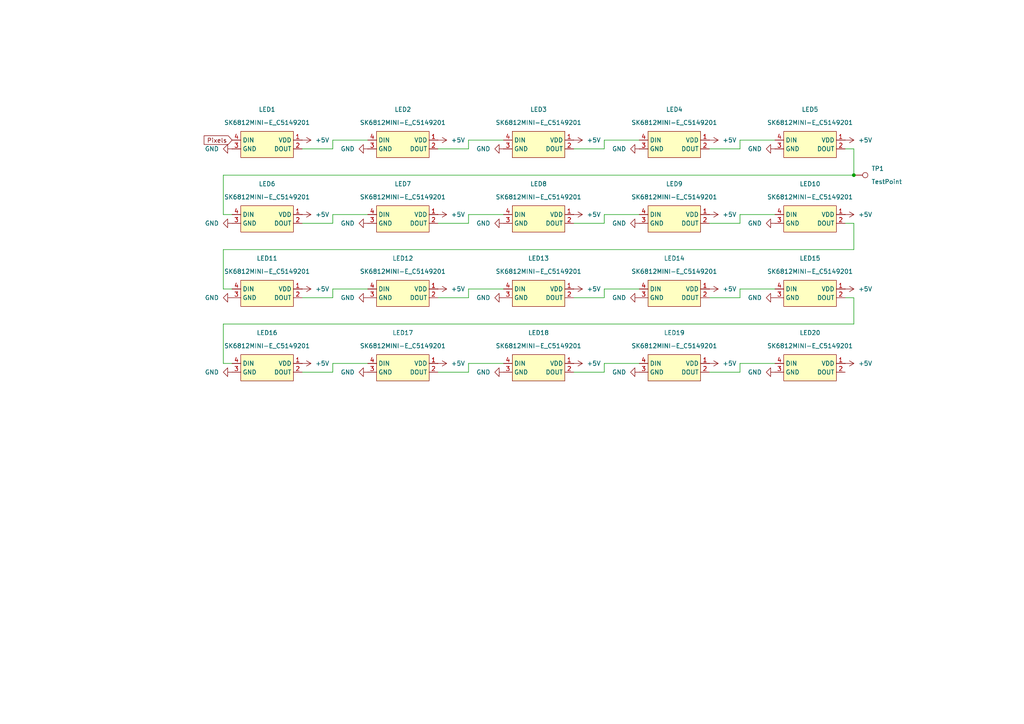
<source format=kicad_sch>
(kicad_sch (version 20250114) (generator "eeschema") (generator_version "9.0")
  (paper "A4")
  (lib_symbols
    (symbol "Connector:TestPoint" (pin_numbers (hide yes)) (pin_names (offset 0.762) (hide yes))
      (property "Reference" "TP" (at 0 6.858 0))
      (property "Value" "TestPoint" (at 0 5.08 0))
      (symbol "TestPoint_0_1"
        (circle (center 0 3.302) (radius 0.762))
      )
      (symbol "TestPoint_1_1"
        (pin passive line (at 0 0 90) (length 2.54) (name "1") (number "1"))
      )
    )
    (symbol "easyeda2kicad:SK6812MINI-E_C5149201"
      (property "Reference" "LED" (at 0 6.35 0))
      (property "Value" "SK6812MINI-E_C5149201" (at 0 -6.35 0))
      (symbol "SK6812MINI-E_C5149201_0_1"
        (rectangle (start -7.62 3.81) (end 7.62 -3.81) (fill (type background)))
        (pin unspecified line (at -10.16 1.27 0) (length 2.54) (name "VDD") (number "1"))
        (pin unspecified line (at -10.16 -1.27 0) (length 2.54) (name "DOUT") (number "2"))
        (pin unspecified line (at 10.16 1.27 180) (length 2.54) (name "DIN") (number "4"))
        (pin unspecified line (at 10.16 -1.27 180) (length 2.54) (name "GND") (number "3"))
      )
    )
    (symbol "power:+5V" (power) (pin_numbers (hide yes)) (pin_names (offset 0) (hide yes))
      (property "Value" "+5V" (at 0 3.556 0))
      (symbol "+5V_0_1"
        (polyline (pts (xy -0.762 1.27) (xy 0 2.54)))
        (polyline (pts (xy 0 2.54) (xy 0.762 1.27)))
        (polyline (pts (xy 0 0) (xy 0 2.54)))
      )
      (symbol "+5V_1_1"
        (pin power_in line (at 0 0 90) (length 0) (name "~") (number "1"))
      )
    )
    (symbol "power:GND" (power) (pin_numbers (hide yes)) (pin_names (offset 0) (hide yes))
      (property "Value" "GND" (at 0 -3.81 0))
      (symbol "GND_0_1"
        (polyline (pts (xy 0 0) (xy 0 -1.27) (xy 1.27 -1.27) (xy 0 -2.54) (xy -1.27 -1.27) (xy 0 -1.27)))
      )
      (symbol "GND_1_1"
        (pin power_in line (at 0 0 270) (length 0) (name "~") (number "1"))
      )
    )
  )
  (junction (at 247.65 50.8))
  (wire (pts (xy 175.26 83.82) (xy 185.42 83.82)))
  (wire (pts (xy 64.77 62.23) (xy 67.31 62.23)))
  (wire (pts (xy 135.89 62.23) (xy 146.05 62.23)))
  (wire (pts (xy 64.77 83.82) (xy 67.31 83.82)))
  (wire (pts (xy 247.65 86.36) (xy 245.11 86.36)))
  (wire (pts (xy 214.63 43.18) (xy 214.63 40.64)))
  (wire (pts (xy 175.26 40.64) (xy 185.42 40.64)))
  (wire (pts (xy 166.37 107.95) (xy 175.26 107.95)))
  (wire (pts (xy 135.89 86.36) (xy 135.89 83.82)))
  (wire (pts (xy 247.65 50.8) (xy 64.77 50.8)))
  (wire (pts (xy 205.74 86.36) (xy 214.63 86.36)))
  (wire (pts (xy 96.52 86.36) (xy 96.52 83.82)))
  (wire (pts (xy 214.63 86.36) (xy 214.63 83.82)))
  (wire (pts (xy 175.26 105.41) (xy 185.42 105.41)))
  (wire (pts (xy 247.65 86.36) (xy 247.65 93.98)))
  (wire (pts (xy 87.63 43.18) (xy 96.52 43.18)))
  (wire (pts (xy 96.52 107.95) (xy 96.52 105.41)))
  (wire (pts (xy 175.26 107.95) (xy 175.26 105.41)))
  (wire (pts (xy 87.63 86.36) (xy 96.52 86.36)))
  (wire (pts (xy 127 64.77) (xy 135.89 64.77)))
  (wire (pts (xy 87.63 107.95) (xy 96.52 107.95)))
  (wire (pts (xy 205.74 107.95) (xy 214.63 107.95)))
  (wire (pts (xy 64.77 93.98) (xy 64.77 105.41)))
  (wire (pts (xy 135.89 43.18) (xy 135.89 40.64)))
  (wire (pts (xy 135.89 83.82) (xy 146.05 83.82)))
  (wire (pts (xy 64.77 50.8) (xy 64.77 62.23)))
  (wire (pts (xy 175.26 86.36) (xy 175.26 83.82)))
  (wire (pts (xy 96.52 62.23) (xy 106.68 62.23)))
  (wire (pts (xy 87.63 64.77) (xy 96.52 64.77)))
  (wire (pts (xy 127 107.95) (xy 135.89 107.95)))
  (wire (pts (xy 175.26 62.23) (xy 185.42 62.23)))
  (wire (pts (xy 64.77 72.39) (xy 64.77 83.82)))
  (wire (pts (xy 247.65 64.77) (xy 245.11 64.77)))
  (wire (pts (xy 214.63 105.41) (xy 224.79 105.41)))
  (wire (pts (xy 166.37 43.18) (xy 175.26 43.18)))
  (wire (pts (xy 247.65 72.39) (xy 64.77 72.39)))
  (wire (pts (xy 96.52 40.64) (xy 106.68 40.64)))
  (wire (pts (xy 96.52 64.77) (xy 96.52 62.23)))
  (wire (pts (xy 214.63 40.64) (xy 224.79 40.64)))
  (wire (pts (xy 127 43.18) (xy 135.89 43.18)))
  (wire (pts (xy 135.89 105.41) (xy 146.05 105.41)))
  (wire (pts (xy 247.65 93.98) (xy 64.77 93.98)))
  (wire (pts (xy 205.74 64.77) (xy 214.63 64.77)))
  (wire (pts (xy 96.52 43.18) (xy 96.52 40.64)))
  (wire (pts (xy 175.26 43.18) (xy 175.26 40.64)))
  (wire (pts (xy 135.89 40.64) (xy 146.05 40.64)))
  (wire (pts (xy 96.52 83.82) (xy 106.68 83.82)))
  (wire (pts (xy 247.65 43.18) (xy 247.65 50.8)))
  (wire (pts (xy 135.89 107.95) (xy 135.89 105.41)))
  (wire (pts (xy 135.89 64.77) (xy 135.89 62.23)))
  (wire (pts (xy 247.65 64.77) (xy 247.65 72.39)))
  (wire (pts (xy 214.63 64.77) (xy 214.63 62.23)))
  (wire (pts (xy 247.65 43.18) (xy 245.11 43.18)))
  (wire (pts (xy 214.63 107.95) (xy 214.63 105.41)))
  (wire (pts (xy 205.74 43.18) (xy 214.63 43.18)))
  (wire (pts (xy 166.37 64.77) (xy 175.26 64.77)))
  (wire (pts (xy 127 86.36) (xy 135.89 86.36)))
  (wire (pts (xy 214.63 62.23) (xy 224.79 62.23)))
  (wire (pts (xy 175.26 64.77) (xy 175.26 62.23)))
  (wire (pts (xy 96.52 105.41) (xy 106.68 105.41)))
  (wire (pts (xy 214.63 83.82) (xy 224.79 83.82)))
  (wire (pts (xy 64.77 105.41) (xy 67.31 105.41)))
  (wire (pts (xy 166.37 86.36) (xy 175.26 86.36)))
  (global_label "Pixels" (shape input) (at 67.31 40.64 180) (property "Intersheetrefs" "${INTERSHEET_REFS}" (effects (hide yes))))
  (symbol (lib_id "power:GND") (at 106.68 43.18 270) (mirror x) (unit 1)
    (property "Reference" "#PWR021" (effects (hide yes)))
    (property "Value" "GND" (at 102.87 43.1799 90) (effects (justify right)))
    (property "Description" "Power symbol creates a global label with name \"GND\" , ground" (effects (hide yes)))
  )
  (symbol (lib_id "easyeda2kicad:SK6812MINI-E_C5149201") (at 116.84 85.09 0) (mirror y) (unit 1) (on_board no)
    (property "Reference" "LED12" (at 116.84 74.93 0))
    (property "Value" "SK6812MINI-E_C5149201" (at 116.84 78.74 0))
    (property "Footprint" "Keebio-Parts:SK6812-MINI-E" (effects (hide yes)))
    (property "LCSC Part" "C5149201" (effects (hide yes)))
  )
  (symbol (lib_id "power:+5V") (at 245.11 62.23 270) (mirror x) (unit 1)
    (property "Reference" "#PWR0245" (effects (hide yes)))
    (property "Value" "+5V" (at 248.92 62.2299 90) (effects (justify left)))
    (property "Description" "Power symbol creates a global label with name \"+5V\"" (effects (hide yes)))
  )
  (symbol (lib_id "easyeda2kicad:SK6812MINI-E_C5149201") (at 195.58 41.91 0) (mirror y) (unit 1)
    (property "Reference" "LED4" (at 195.58 31.75 0))
    (property "Value" "SK6812MINI-E_C5149201" (at 195.58 35.56 0))
    (property "Footprint" "Keebio-Parts:SK6812-MINI-E" (effects (hide yes)))
    (property "LCSC Part" "C5149201" (effects (hide yes)))
  )
  (symbol (lib_id "power:+5V") (at 127 105.41 270) (mirror x) (unit 1)
    (property "Reference" "#PWR0271" (effects (hide yes)))
    (property "Value" "+5V" (at 130.81 105.4099 90) (effects (justify left)))
    (property "Description" "Power symbol creates a global label with name \"+5V\"" (effects (hide yes)))
  )
  (symbol (lib_id "power:GND") (at 67.31 107.95 270) (mirror x) (unit 1)
    (property "Reference" "#PWR0274" (effects (hide yes)))
    (property "Value" "GND" (at 63.5 107.9499 90) (effects (justify right)))
    (property "Description" "Power symbol creates a global label with name \"GND\" , ground" (effects (hide yes)))
  )
  (symbol (lib_id "power:GND") (at 146.05 43.18 270) (mirror x) (unit 1)
    (property "Reference" "#PWR022" (effects (hide yes)))
    (property "Value" "GND" (at 142.24 43.1799 90) (effects (justify right)))
    (property "Description" "Power symbol creates a global label with name \"GND\" , ground" (effects (hide yes)))
  )
  (symbol (lib_id "power:GND") (at 67.31 64.77 270) (mirror x) (unit 1)
    (property "Reference" "#PWR0254" (effects (hide yes)))
    (property "Value" "GND" (at 63.5 64.7699 90) (effects (justify right)))
    (property "Description" "Power symbol creates a global label with name \"GND\" , ground" (effects (hide yes)))
  )
  (symbol (lib_id "power:GND") (at 67.31 43.18 270) (mirror x) (unit 1)
    (property "Reference" "#PWR014" (effects (hide yes)))
    (property "Value" "GND" (at 63.5 43.1799 90) (effects (justify right)))
    (property "Description" "Power symbol creates a global label with name \"GND\" , ground" (effects (hide yes)))
  )
  (symbol (lib_id "power:+5V") (at 205.74 105.41 270) (mirror x) (unit 1)
    (property "Reference" "#PWR0267" (effects (hide yes)))
    (property "Value" "+5V" (at 209.55 105.4099 90) (effects (justify left)))
    (property "Description" "Power symbol creates a global label with name \"+5V\"" (effects (hide yes)))
  )
  (symbol (lib_id "power:+5V") (at 166.37 62.23 270) (mirror x) (unit 1)
    (property "Reference" "#PWR0249" (effects (hide yes)))
    (property "Value" "+5V" (at 170.18 62.2299 90) (effects (justify left)))
    (property "Description" "Power symbol creates a global label with name \"+5V\"" (effects (hide yes)))
  )
  (symbol (lib_id "power:+5V") (at 87.63 62.23 270) (mirror x) (unit 1)
    (property "Reference" "#PWR0253" (effects (hide yes)))
    (property "Value" "+5V" (at 91.44 62.2299 90) (effects (justify left)))
    (property "Description" "Power symbol creates a global label with name \"+5V\"" (effects (hide yes)))
  )
  (symbol (lib_id "easyeda2kicad:SK6812MINI-E_C5149201") (at 234.95 85.09 0) (mirror y) (unit 1) (on_board no)
    (property "Reference" "LED15" (at 234.95 74.93 0))
    (property "Value" "SK6812MINI-E_C5149201" (at 234.95 78.74 0))
    (property "Footprint" "Keebio-Parts:SK6812-MINI-E" (effects (hide yes)))
    (property "LCSC Part" "C5149201" (effects (hide yes)))
  )
  (symbol (lib_id "power:GND") (at 224.79 107.95 270) (mirror x) (unit 1)
    (property "Reference" "#PWR0266" (effects (hide yes)))
    (property "Value" "GND" (at 220.98 107.9499 90) (effects (justify right)))
    (property "Description" "Power symbol creates a global label with name \"GND\" , ground" (effects (hide yes)))
  )
  (symbol (lib_id "easyeda2kicad:SK6812MINI-E_C5149201") (at 156.21 63.5 0) (mirror y) (unit 1) (on_board no)
    (property "Reference" "LED8" (at 156.21 53.34 0))
    (property "Value" "SK6812MINI-E_C5149201" (at 156.21 57.15 0))
    (property "Footprint" "Keebio-Parts:SK6812-MINI-E" (effects (hide yes)))
    (property "LCSC Part" "C5149201" (effects (hide yes)))
  )
  (symbol (lib_id "easyeda2kicad:SK6812MINI-E_C5149201") (at 156.21 106.68 0) (mirror y) (unit 1) (on_board no)
    (property "Reference" "LED18" (at 156.21 96.52 0))
    (property "Value" "SK6812MINI-E_C5149201" (at 156.21 100.33 0))
    (property "Footprint" "Keebio-Parts:SK6812-MINI-E" (effects (hide yes)))
    (property "LCSC Part" "C5149201" (effects (hide yes)))
  )
  (symbol (lib_id "power:+5V") (at 166.37 40.64 270) (mirror x) (unit 1)
    (property "Reference" "#PWR0240" (effects (hide yes)))
    (property "Value" "+5V" (at 170.18 40.6399 90) (effects (justify left)))
    (property "Description" "Power symbol creates a global label with name \"+5V\"" (effects (hide yes)))
  )
  (symbol (lib_id "power:+5V") (at 87.63 105.41 270) (mirror x) (unit 1)
    (property "Reference" "#PWR0273" (effects (hide yes)))
    (property "Value" "+5V" (at 91.44 105.4099 90) (effects (justify left)))
    (property "Description" "Power symbol creates a global label with name \"+5V\"" (effects (hide yes)))
  )
  (symbol (lib_id "power:+5V") (at 205.74 62.23 270) (mirror x) (unit 1)
    (property "Reference" "#PWR0247" (effects (hide yes)))
    (property "Value" "+5V" (at 209.55 62.2299 90) (effects (justify left)))
    (property "Description" "Power symbol creates a global label with name \"+5V\"" (effects (hide yes)))
  )
  (symbol (lib_id "power:GND") (at 224.79 43.18 270) (mirror x) (unit 1)
    (property "Reference" "#PWR0244" (effects (hide yes)))
    (property "Value" "GND" (at 220.98 43.1799 90) (effects (justify right)))
    (property "Description" "Power symbol creates a global label with name \"GND\" , ground" (effects (hide yes)))
  )
  (symbol (lib_id "Connector:TestPoint") (at 247.65 50.8 270) (unit 1)
    (property "Reference" "TP1" (at 252.73 48.8949 90) (effects (justify left)))
    (property "Value" "TestPoint" (at 252.73 52.7049 90) (effects (justify left)))
    (property "Footprint" "TestPoint:TestPoint_Pad_D2.5mm" (effects (hide yes)))
    (property "Description" "test point" (effects (hide yes)))
  )
  (symbol (lib_id "easyeda2kicad:SK6812MINI-E_C5149201") (at 156.21 41.91 0) (mirror y) (unit 1)
    (property "Reference" "LED3" (at 156.21 31.75 0))
    (property "Value" "SK6812MINI-E_C5149201" (at 156.21 35.56 0))
    (property "Footprint" "Keebio-Parts:SK6812-MINI-E" (effects (hide yes)))
    (property "LCSC Part" "C5149201" (effects (hide yes)))
  )
  (symbol (lib_id "easyeda2kicad:SK6812MINI-E_C5149201") (at 156.21 85.09 0) (mirror y) (unit 1) (on_board no)
    (property "Reference" "LED13" (at 156.21 74.93 0))
    (property "Value" "SK6812MINI-E_C5149201" (at 156.21 78.74 0))
    (property "Footprint" "Keebio-Parts:SK6812-MINI-E" (effects (hide yes)))
    (property "LCSC Part" "C5149201" (effects (hide yes)))
  )
  (symbol (lib_id "power:+5V") (at 127 62.23 270) (mirror x) (unit 1)
    (property "Reference" "#PWR0251" (effects (hide yes)))
    (property "Value" "+5V" (at 130.81 62.2299 90) (effects (justify left)))
    (property "Description" "Power symbol creates a global label with name \"+5V\"" (effects (hide yes)))
  )
  (symbol (lib_id "easyeda2kicad:SK6812MINI-E_C5149201") (at 195.58 85.09 0) (mirror y) (unit 1) (on_board no)
    (property "Reference" "LED14" (at 195.58 74.93 0))
    (property "Value" "SK6812MINI-E_C5149201" (at 195.58 78.74 0))
    (property "Footprint" "Keebio-Parts:SK6812-MINI-E" (effects (hide yes)))
    (property "LCSC Part" "C5149201" (effects (hide yes)))
  )
  (symbol (lib_id "power:GND") (at 185.42 86.36 270) (mirror x) (unit 1)
    (property "Reference" "#PWR0258" (effects (hide yes)))
    (property "Value" "GND" (at 181.61 86.3599 90) (effects (justify right)))
    (property "Description" "Power symbol creates a global label with name \"GND\" , ground" (effects (hide yes)))
  )
  (symbol (lib_id "power:GND") (at 106.68 86.36 270) (mirror x) (unit 1)
    (property "Reference" "#PWR0262" (effects (hide yes)))
    (property "Value" "GND" (at 102.87 86.3599 90) (effects (justify right)))
    (property "Description" "Power symbol creates a global label with name \"GND\" , ground" (effects (hide yes)))
  )
  (symbol (lib_id "easyeda2kicad:SK6812MINI-E_C5149201") (at 77.47 41.91 0) (mirror y) (unit 1)
    (property "Reference" "LED1" (at 77.47 31.75 0))
    (property "Value" "SK6812MINI-E_C5149201" (at 77.47 35.56 0))
    (property "Footprint" "Keebio-Parts:SK6812-MINI-E" (effects (hide yes)))
    (property "LCSC Part" "C5149201" (effects (hide yes)))
  )
  (symbol (lib_id "easyeda2kicad:SK6812MINI-E_C5149201") (at 77.47 85.09 0) (mirror y) (unit 1) (on_board no)
    (property "Reference" "LED11" (at 77.47 74.93 0))
    (property "Value" "SK6812MINI-E_C5149201" (at 77.47 78.74 0))
    (property "Footprint" "Keebio-Parts:SK6812-MINI-E" (effects (hide yes)))
    (property "LCSC Part" "C5149201" (effects (hide yes)))
  )
  (symbol (lib_id "power:GND") (at 67.31 86.36 270) (mirror x) (unit 1)
    (property "Reference" "#PWR0264" (effects (hide yes)))
    (property "Value" "GND" (at 63.5 86.3599 90) (effects (justify right)))
    (property "Description" "Power symbol creates a global label with name \"GND\" , ground" (effects (hide yes)))
  )
  (symbol (lib_id "power:GND") (at 224.79 64.77 270) (mirror x) (unit 1)
    (property "Reference" "#PWR0246" (effects (hide yes)))
    (property "Value" "GND" (at 220.98 64.7699 90) (effects (justify right)))
    (property "Description" "Power symbol creates a global label with name \"GND\" , ground" (effects (hide yes)))
  )
  (symbol (lib_id "power:+5V") (at 205.74 83.82 270) (mirror x) (unit 1)
    (property "Reference" "#PWR0257" (effects (hide yes)))
    (property "Value" "+5V" (at 209.55 83.8199 90) (effects (justify left)))
    (property "Description" "Power symbol creates a global label with name \"+5V\"" (effects (hide yes)))
  )
  (symbol (lib_id "power:+5V") (at 166.37 105.41 270) (mirror x) (unit 1)
    (property "Reference" "#PWR0269" (effects (hide yes)))
    (property "Value" "+5V" (at 170.18 105.4099 90) (effects (justify left)))
    (property "Description" "Power symbol creates a global label with name \"+5V\"" (effects (hide yes)))
  )
  (symbol (lib_id "easyeda2kicad:SK6812MINI-E_C5149201") (at 77.47 63.5 0) (mirror y) (unit 1) (on_board no)
    (property "Reference" "LED6" (at 77.47 53.34 0))
    (property "Value" "SK6812MINI-E_C5149201" (at 77.47 57.15 0))
    (property "Footprint" "Keebio-Parts:SK6812-MINI-E" (effects (hide yes)))
    (property "LCSC Part" "C5149201" (effects (hide yes)))
  )
  (symbol (lib_id "easyeda2kicad:SK6812MINI-E_C5149201") (at 116.84 63.5 0) (mirror y) (unit 1) (on_board no)
    (property "Reference" "LED7" (at 116.84 53.34 0))
    (property "Value" "SK6812MINI-E_C5149201" (at 116.84 57.15 0))
    (property "Footprint" "Keebio-Parts:SK6812-MINI-E" (effects (hide yes)))
    (property "LCSC Part" "C5149201" (effects (hide yes)))
  )
  (symbol (lib_id "easyeda2kicad:SK6812MINI-E_C5149201") (at 234.95 63.5 0) (mirror y) (unit 1) (on_board no)
    (property "Reference" "LED10" (at 234.95 53.34 0))
    (property "Value" "SK6812MINI-E_C5149201" (at 234.95 57.15 0))
    (property "Footprint" "Keebio-Parts:SK6812-MINI-E" (effects (hide yes)))
    (property "LCSC Part" "C5149201" (effects (hide yes)))
  )
  (symbol (lib_id "power:+5V") (at 205.74 40.64 270) (mirror x) (unit 1)
    (property "Reference" "#PWR0241" (effects (hide yes)))
    (property "Value" "+5V" (at 209.55 40.6399 90) (effects (justify left)))
    (property "Description" "Power symbol creates a global label with name \"+5V\"" (effects (hide yes)))
  )
  (symbol (lib_id "power:GND") (at 146.05 107.95 270) (mirror x) (unit 1)
    (property "Reference" "#PWR0270" (effects (hide yes)))
    (property "Value" "GND" (at 142.24 107.9499 90) (effects (justify right)))
    (property "Description" "Power symbol creates a global label with name \"GND\" , ground" (effects (hide yes)))
  )
  (symbol (lib_id "easyeda2kicad:SK6812MINI-E_C5149201") (at 116.84 41.91 0) (mirror y) (unit 1)
    (property "Reference" "LED2" (at 116.84 31.75 0))
    (property "Value" "SK6812MINI-E_C5149201" (at 116.84 35.56 0))
    (property "Footprint" "Keebio-Parts:SK6812-MINI-E" (effects (hide yes)))
    (property "LCSC Part" "C5149201" (effects (hide yes)))
  )
  (symbol (lib_id "power:GND") (at 106.68 107.95 270) (mirror x) (unit 1)
    (property "Reference" "#PWR0272" (effects (hide yes)))
    (property "Value" "GND" (at 102.87 107.9499 90) (effects (justify right)))
    (property "Description" "Power symbol creates a global label with name \"GND\" , ground" (effects (hide yes)))
  )
  (symbol (lib_id "power:+5V") (at 245.11 83.82 270) (mirror x) (unit 1)
    (property "Reference" "#PWR0255" (effects (hide yes)))
    (property "Value" "+5V" (at 248.92 83.8199 90) (effects (justify left)))
    (property "Description" "Power symbol creates a global label with name \"+5V\"" (effects (hide yes)))
  )
  (symbol (lib_id "power:GND") (at 185.42 107.95 270) (mirror x) (unit 1)
    (property "Reference" "#PWR0268" (effects (hide yes)))
    (property "Value" "GND" (at 181.61 107.9499 90) (effects (justify right)))
    (property "Description" "Power symbol creates a global label with name \"GND\" , ground" (effects (hide yes)))
  )
  (symbol (lib_id "power:GND") (at 185.42 64.77 270) (mirror x) (unit 1)
    (property "Reference" "#PWR0248" (effects (hide yes)))
    (property "Value" "GND" (at 181.61 64.7699 90) (effects (justify right)))
    (property "Description" "Power symbol creates a global label with name \"GND\" , ground" (effects (hide yes)))
  )
  (symbol (lib_id "power:+5V") (at 166.37 83.82 270) (mirror x) (unit 1)
    (property "Reference" "#PWR0259" (effects (hide yes)))
    (property "Value" "+5V" (at 170.18 83.8199 90) (effects (justify left)))
    (property "Description" "Power symbol creates a global label with name \"+5V\"" (effects (hide yes)))
  )
  (symbol (lib_id "power:+5V") (at 87.63 40.64 270) (mirror x) (unit 1)
    (property "Reference" "#PWR0238" (effects (hide yes)))
    (property "Value" "+5V" (at 91.44 40.6399 90) (effects (justify left)))
    (property "Description" "Power symbol creates a global label with name \"+5V\"" (effects (hide yes)))
  )
  (symbol (lib_id "easyeda2kicad:SK6812MINI-E_C5149201") (at 234.95 106.68 0) (mirror y) (unit 1) (on_board no)
    (property "Reference" "LED20" (at 234.95 96.52 0))
    (property "Value" "SK6812MINI-E_C5149201" (at 234.95 100.33 0))
    (property "Footprint" "Keebio-Parts:SK6812-MINI-E" (effects (hide yes)))
    (property "LCSC Part" "C5149201" (effects (hide yes)))
  )
  (symbol (lib_id "power:+5V") (at 87.63 83.82 270) (mirror x) (unit 1)
    (property "Reference" "#PWR0263" (effects (hide yes)))
    (property "Value" "+5V" (at 91.44 83.8199 90) (effects (justify left)))
    (property "Description" "Power symbol creates a global label with name \"+5V\"" (effects (hide yes)))
  )
  (symbol (lib_id "power:+5V") (at 127 83.82 270) (mirror x) (unit 1)
    (property "Reference" "#PWR0261" (effects (hide yes)))
    (property "Value" "+5V" (at 130.81 83.8199 90) (effects (justify left)))
    (property "Description" "Power symbol creates a global label with name \"+5V\"" (effects (hide yes)))
  )
  (symbol (lib_id "power:+5V") (at 245.11 105.41 270) (mirror x) (unit 1)
    (property "Reference" "#PWR0265" (effects (hide yes)))
    (property "Value" "+5V" (at 248.92 105.4099 90) (effects (justify left)))
    (property "Description" "Power symbol creates a global label with name \"+5V\"" (effects (hide yes)))
  )
  (symbol (lib_id "power:GND") (at 146.05 86.36 270) (mirror x) (unit 1)
    (property "Reference" "#PWR0260" (effects (hide yes)))
    (property "Value" "GND" (at 142.24 86.3599 90) (effects (justify right)))
    (property "Description" "Power symbol creates a global label with name \"GND\" , ground" (effects (hide yes)))
  )
  (symbol (lib_id "easyeda2kicad:SK6812MINI-E_C5149201") (at 195.58 63.5 0) (mirror y) (unit 1) (on_board no)
    (property "Reference" "LED9" (at 195.58 53.34 0))
    (property "Value" "SK6812MINI-E_C5149201" (at 195.58 57.15 0))
    (property "Footprint" "Keebio-Parts:SK6812-MINI-E" (effects (hide yes)))
    (property "LCSC Part" "C5149201" (effects (hide yes)))
  )
  (symbol (lib_id "power:+5V") (at 245.11 40.64 270) (mirror x) (unit 1)
    (property "Reference" "#PWR0243" (effects (hide yes)))
    (property "Value" "+5V" (at 248.92 40.6399 90) (effects (justify left)))
    (property "Description" "Power symbol creates a global label with name \"+5V\"" (effects (hide yes)))
  )
  (symbol (lib_id "power:+5V") (at 127 40.64 270) (mirror x) (unit 1)
    (property "Reference" "#PWR0239" (effects (hide yes)))
    (property "Value" "+5V" (at 130.81 40.6399 90) (effects (justify left)))
    (property "Description" "Power symbol creates a global label with name \"+5V\"" (effects (hide yes)))
  )
  (symbol (lib_id "easyeda2kicad:SK6812MINI-E_C5149201") (at 234.95 41.91 0) (mirror y) (unit 1)
    (property "Reference" "LED5" (at 234.95 31.75 0))
    (property "Value" "SK6812MINI-E_C5149201" (at 234.95 35.56 0))
    (property "Footprint" "Keebio-Parts:SK6812-MINI-E" (effects (hide yes)))
    (property "LCSC Part" "C5149201" (effects (hide yes)))
  )
  (symbol (lib_id "easyeda2kicad:SK6812MINI-E_C5149201") (at 195.58 106.68 0) (mirror y) (unit 1) (on_board no)
    (property "Reference" "LED19" (at 195.58 96.52 0))
    (property "Value" "SK6812MINI-E_C5149201" (at 195.58 100.33 0))
    (property "Footprint" "Keebio-Parts:SK6812-MINI-E" (effects (hide yes)))
    (property "LCSC Part" "C5149201" (effects (hide yes)))
  )
  (symbol (lib_id "easyeda2kicad:SK6812MINI-E_C5149201") (at 77.47 106.68 0) (mirror y) (unit 1) (on_board no)
    (property "Reference" "LED16" (at 77.47 96.52 0))
    (property "Value" "SK6812MINI-E_C5149201" (at 77.47 100.33 0))
    (property "Footprint" "Keebio-Parts:SK6812-MINI-E" (effects (hide yes)))
    (property "LCSC Part" "C5149201" (effects (hide yes)))
  )
  (symbol (lib_id "power:GND") (at 185.42 43.18 270) (mirror x) (unit 1)
    (property "Reference" "#PWR0242" (effects (hide yes)))
    (property "Value" "GND" (at 181.61 43.1799 90) (effects (justify right)))
    (property "Description" "Power symbol creates a global label with name \"GND\" , ground" (effects (hide yes)))
  )
  (symbol (lib_id "power:GND") (at 106.68 64.77 270) (mirror x) (unit 1)
    (property "Reference" "#PWR0252" (effects (hide yes)))
    (property "Value" "GND" (at 102.87 64.7699 90) (effects (justify right)))
    (property "Description" "Power symbol creates a global label with name \"GND\" , ground" (effects (hide yes)))
  )
  (symbol (lib_id "easyeda2kicad:SK6812MINI-E_C5149201") (at 116.84 106.68 0) (mirror y) (unit 1) (on_board no)
    (property "Reference" "LED17" (at 116.84 96.52 0))
    (property "Value" "SK6812MINI-E_C5149201" (at 116.84 100.33 0))
    (property "Footprint" "Keebio-Parts:SK6812-MINI-E" (effects (hide yes)))
    (property "LCSC Part" "C5149201" (effects (hide yes)))
  )
  (symbol (lib_id "power:GND") (at 224.79 86.36 270) (mirror x) (unit 1)
    (property "Reference" "#PWR0256" (effects (hide yes)))
    (property "Value" "GND" (at 220.98 86.3599 90) (effects (justify right)))
    (property "Description" "Power symbol creates a global label with name \"GND\" , ground" (effects (hide yes)))
  )
  (symbol (lib_id "power:GND") (at 146.05 64.77 270) (mirror x) (unit 1)
    (property "Reference" "#PWR0250" (effects (hide yes)))
    (property "Value" "GND" (at 142.24 64.7699 90) (effects (justify right)))
    (property "Description" "Power symbol creates a global label with name \"GND\" , ground" (effects (hide yes)))
  )
)
</source>
